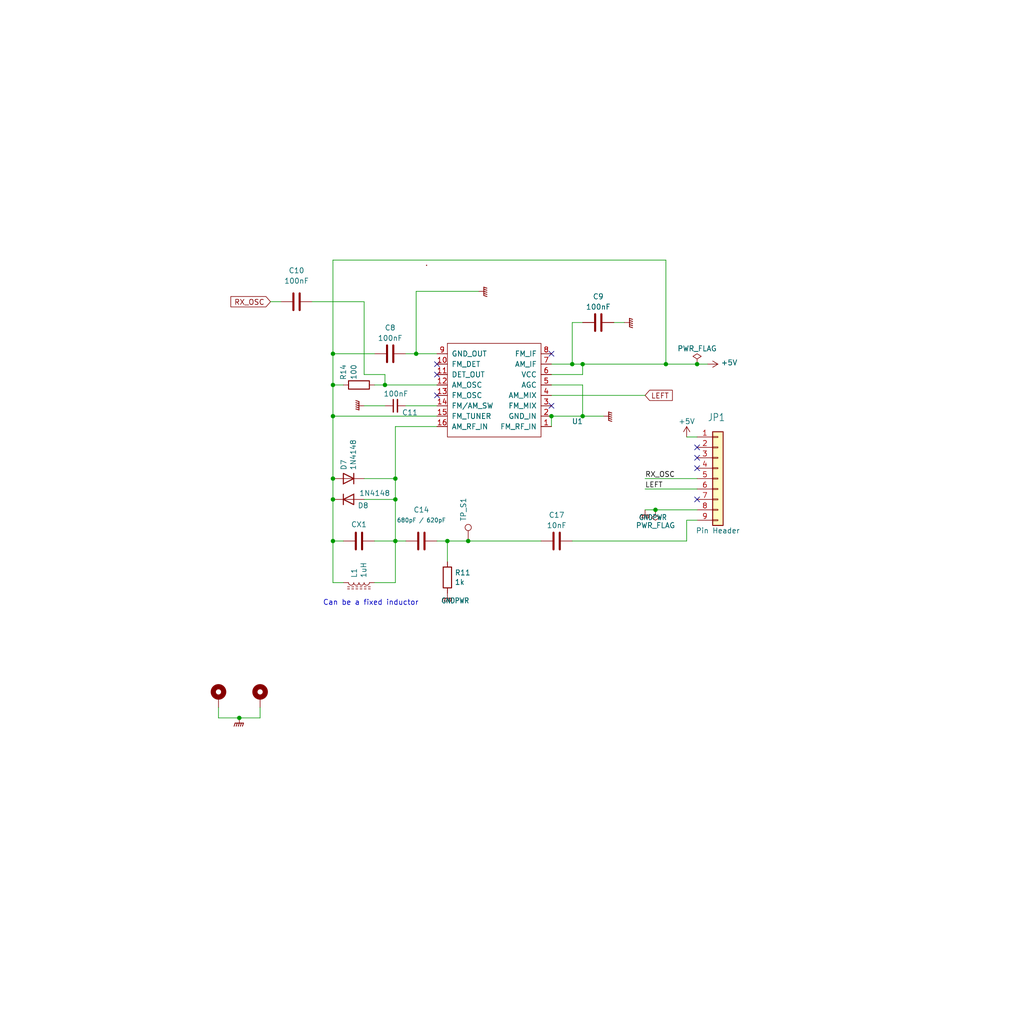
<source format=kicad_sch>
(kicad_sch (version 20230121) (generator eeschema)
  (paper "User" 250.012 250.012)
  (title_block (title "Breakout board (BoB) for CD2003") (date "2023-02-24") (rev "v0.02") (company "Dhiru Kholia (VU3CER)") (comment 1 "Based on ADX"))
  (lib_symbols
    (symbol "CD2003 Library_Fixed:CD2003GB_GP_Fixed" (pin_names (offset 1.016))
      (property "Reference" "U1" (at 13.335 8.636 90))
      (property "Value" "CD2003GB_GP" (at 14.732 -7.493 90))
      (symbol "CD2003GB_GP_Fixed_0_1"
        (rectangle (start -11.43 17.78) (end 11.43 -5.08))
        (circle (center 30.48 22.86) (radius 0.0001))
      )
      (symbol "CD2003GB_GP_Fixed_1_1"
        (pin input line (at -8.89 -7.62 90) (length 2.54) (name "FM_RF_IN") (number "1"))
        (pin input line (at 6.35 20.32 270) (length 2.54) (name "FM_DET") (number "10"))
        (pin input line (at 3.81 20.32 270) (length 2.54) (name "DET_OUT") (number "11"))
        (pin input line (at 1.27 20.32 270) (length 2.54) (name "AM_OSC") (number "12"))
        (pin input line (at -1.27 20.32 270) (length 2.54) (name "FM_OSC") (number "13"))
        (pin input line (at -3.81 20.32 270) (length 2.54) (name "FM/AM_SW") (number "14"))
        (pin input line (at -6.35 20.32 270) (length 2.54) (name "FM_TUNER") (number "15"))
        (pin input line (at -8.89 20.32 270) (length 2.54) (name "AM_RF_IN") (number "16"))
        (pin input line (at -6.35 -7.62 90) (length 2.54) (name "GND_IN") (number "2"))
        (pin input line (at -3.81 -7.62 90) (length 2.54) (name "FM_MIX") (number "3"))
        (pin input line (at -1.27 -7.62 90) (length 2.54) (name "AM_MIX") (number "4"))
        (pin passive line (at 1.27 -7.62 90) (length 2.54) (name "AGC") (number "5"))
        (pin input line (at 3.81 -7.62 90) (length 2.54) (name "VCC") (number "6"))
        (pin input line (at 6.35 -7.62 90) (length 2.54) (name "AM_IF") (number "7"))
        (pin input line (at 8.89 -7.62 90) (length 2.54) (name "FM_IF") (number "8"))
        (pin input line (at 8.89 20.32 270) (length 2.54) (name "GND_OUT") (number "9"))
      )
    )
    (symbol "Connector:TestPoint" (pin_numbers hide) (pin_names (offset 0.762) hide)
      (property "Reference" "TP" (at 0 6.858 0))
      (property "Value" "TestPoint" (at 0 5.08 0))
      (symbol "TestPoint_0_1"
        (circle (center 0 3.302) (radius 0.762))
      )
      (symbol "TestPoint_1_1"
        (pin passive line (at 0 0 90) (length 2.54) (name "1") (number "1"))
      )
    )
    (symbol "Connector_Generic:Conn_01x09" (pin_names (offset 1.016) hide)
      (property "Reference" "J" (at 0 12.7 0))
      (property "Value" "Conn_01x09" (at 0 -12.7 0))
      (symbol "Conn_01x09_1_1"
        (rectangle (start -1.27 -10.033) (end 0 -10.287) (stroke (width 0.1524)))
        (rectangle (start -1.27 -7.493) (end 0 -7.747) (stroke (width 0.1524)))
        (rectangle (start -1.27 -4.953) (end 0 -5.207) (stroke (width 0.1524)))
        (rectangle (start -1.27 -2.413) (end 0 -2.667) (stroke (width 0.1524)))
        (rectangle (start -1.27 0.127) (end 0 -0.127) (stroke (width 0.1524)))
        (rectangle (start -1.27 2.667) (end 0 2.413) (stroke (width 0.1524)))
        (rectangle (start -1.27 5.207) (end 0 4.953) (stroke (width 0.1524)))
        (rectangle (start -1.27 7.747) (end 0 7.493) (stroke (width 0.1524)))
        (rectangle (start -1.27 10.287) (end 0 10.033) (stroke (width 0.1524)))
        (rectangle (start -1.27 11.43) (end 1.27 -11.43) (stroke (width 0.254)) (fill (type background)))
        (pin passive line (at -5.08 10.16 0) (length 3.81) (name "Pin_1") (number "1"))
        (pin passive line (at -5.08 7.62 0) (length 3.81) (name "Pin_2") (number "2"))
        (pin passive line (at -5.08 5.08 0) (length 3.81) (name "Pin_3") (number "3"))
        (pin passive line (at -5.08 2.54 0) (length 3.81) (name "Pin_4") (number "4"))
        (pin passive line (at -5.08 0 0) (length 3.81) (name "Pin_5") (number "5"))
        (pin passive line (at -5.08 -2.54 0) (length 3.81) (name "Pin_6") (number "6"))
        (pin passive line (at -5.08 -5.08 0) (length 3.81) (name "Pin_7") (number "7"))
        (pin passive line (at -5.08 -7.62 0) (length 3.81) (name "Pin_8") (number "8"))
        (pin passive line (at -5.08 -10.16 0) (length 3.81) (name "Pin_9") (number "9"))
      )
    )
    (symbol "D_1" (pin_numbers hide) (pin_names (offset 1.016) hide)
      (property "Reference" "D" (at 0 2.54 0))
      (property "Value" "D" (at 0 -2.54 0))
      (symbol "D_1_0_1"
        (polyline (pts (xy -1.27 1.27) (xy -1.27 -1.27)) (stroke (width 0.254)))
        (polyline (pts (xy 1.27 0) (xy -1.27 0)))
        (polyline (pts (xy 1.27 1.27) (xy 1.27 -1.27) (xy -1.27 0) (xy 1.27 1.27)) (stroke (width 0.254)))
      )
      (symbol "D_1_1_1"
        (pin passive line (at -3.81 0 0) (length 2.54) (name "K") (number "1"))
        (pin passive line (at 3.81 0 180) (length 2.54) (name "A") (number "2"))
      )
    )
    (symbol "Device:C" (pin_numbers hide) (pin_names (offset 0.254))
      (property "Reference" "C" (at 0.635 2.54 0))
      (property "Value" "C" (at 0.635 -2.54 0))
      (symbol "C_0_1"
        (polyline (pts (xy -2.032 -0.762) (xy 2.032 -0.762)) (stroke (width 0.508)))
        (polyline (pts (xy -2.032 0.762) (xy 2.032 0.762)) (stroke (width 0.508)))
      )
      (symbol "C_1_1"
        (pin passive line (at 0 3.81 270) (length 2.794) (name "~") (number "1"))
        (pin passive line (at 0 -3.81 90) (length 2.794) (name "~") (number "2"))
      )
    )
    (symbol "Device:C_Small" (pin_numbers hide) (pin_names (offset 0.254) hide)
      (property "Reference" "C" (at 0.254 1.778 0))
      (property "Value" "C_Small" (at 0.254 -2.032 0))
      (symbol "C_Small_0_1"
        (polyline (pts (xy -1.524 -0.508) (xy 1.524 -0.508)) (stroke (width 0.3302)))
        (polyline (pts (xy -1.524 0.508) (xy 1.524 0.508)) (stroke (width 0.3048)))
      )
      (symbol "C_Small_1_1"
        (pin passive line (at 0 2.54 270) (length 2.032) (name "~") (number "1"))
        (pin passive line (at 0 -2.54 90) (length 2.032) (name "~") (number "2"))
      )
    )
    (symbol "Device:D" (pin_numbers hide) (pin_names (offset 1.016) hide)
      (property "Reference" "D" (at 0 2.54 0))
      (property "Value" "D" (at 0 -2.54 0))
      (symbol "D_0_1"
        (polyline (pts (xy -1.27 1.27) (xy -1.27 -1.27)) (stroke (width 0.254)))
        (polyline (pts (xy 1.27 0) (xy -1.27 0)))
        (polyline (pts (xy 1.27 1.27) (xy 1.27 -1.27) (xy -1.27 0) (xy 1.27 1.27)) (stroke (width 0.254)))
      )
      (symbol "D_1_1"
        (pin passive line (at -3.81 0 0) (length 2.54) (name "K") (number "1"))
        (pin passive line (at 3.81 0 180) (length 2.54) (name "A") (number "2"))
      )
    )
    (symbol "Device:L_Ferrite" (pin_numbers hide) (pin_names (offset 1.016) hide)
      (property "Reference" "L" (at -1.27 0 90))
      (property "Value" "L_Ferrite" (at 2.794 0 90))
      (symbol "L_Ferrite_0_1"
        (arc (start 0 -2.54) (mid 0.6323 -1.905) (end 0 -1.27))
        (arc (start 0 -1.27) (mid 0.6323 -0.635) (end 0 0))
        (polyline (pts (xy 1.016 -2.794) (xy 1.016 -2.286)))
        (polyline (pts (xy 1.016 -1.778) (xy 1.016 -1.27)))
        (polyline (pts (xy 1.016 -0.762) (xy 1.016 -0.254)))
        (polyline (pts (xy 1.016 0.254) (xy 1.016 0.762)))
        (polyline (pts (xy 1.016 1.27) (xy 1.016 1.778)))
        (polyline (pts (xy 1.016 2.286) (xy 1.016 2.794)))
        (polyline (pts (xy 1.524 -2.286) (xy 1.524 -2.794)))
        (polyline (pts (xy 1.524 -1.27) (xy 1.524 -1.778)))
        (polyline (pts (xy 1.524 -0.254) (xy 1.524 -0.762)))
        (polyline (pts (xy 1.524 0.762) (xy 1.524 0.254)))
        (polyline (pts (xy 1.524 1.778) (xy 1.524 1.27)))
        (polyline (pts (xy 1.524 2.794) (xy 1.524 2.286)))
        (arc (start 0 0) (mid 0.6323 0.635) (end 0 1.27))
        (arc (start 0 1.27) (mid 0.6323 1.905) (end 0 2.54))
      )
      (symbol "L_Ferrite_1_1"
        (pin passive line (at 0 3.81 270) (length 1.27) (name "1") (number "1"))
        (pin passive line (at 0 -3.81 90) (length 1.27) (name "2") (number "2"))
      )
    )
    (symbol "Device:R" (pin_numbers hide) (pin_names (offset 0))
      (property "Reference" "R" (at 2.032 0 90))
      (property "Value" "R" (at 0 0 90))
      (symbol "R_0_1"
        (rectangle (start -1.016 -2.54) (end 1.016 2.54) (stroke (width 0.254)))
      )
      (symbol "R_1_1"
        (pin passive line (at 0 3.81 270) (length 1.27) (name "~") (number "1"))
        (pin passive line (at 0 -3.81 90) (length 1.27) (name "~") (number "2"))
      )
    )
    (symbol "Mechanical:MountingHole_Pad" (pin_numbers hide) (pin_names (offset 1.016) hide)
      (property "Reference" "H" (at 0 6.35 0))
      (property "Value" "MountingHole_Pad" (at 0 4.445 0))
      (symbol "MountingHole_Pad_0_1"
        (circle (center 0 1.27) (radius 1.27) (stroke (width 1.27)))
      )
      (symbol "MountingHole_Pad_1_1"
        (pin input line (at 0 -2.54 90) (length 2.54) (name "1") (number "1"))
      )
    )
    (symbol "power:+5V" (power) (pin_names (offset 0))
      (property "Value" "+5V" (at 0 3.556 0))
      (symbol "+5V_0_1"
        (polyline (pts (xy -0.762 1.27) (xy 0 2.54)))
        (polyline (pts (xy 0 0) (xy 0 2.54)))
        (polyline (pts (xy 0 2.54) (xy 0.762 1.27)))
      )
      (symbol "+5V_1_1"
        (pin power_in line (at 0 0 90) (length 0) hide (name "+5V") (number "1"))
      )
    )
    (symbol "power:GNDPWR" (power) (pin_names (offset 0))
      (property "Value" "GNDPWR" (at 0 -3.302 0))
      (symbol "GNDPWR_0_1"
        (polyline (pts (xy 0 -1.27) (xy 0 0)))
        (polyline (pts (xy -1.016 -1.27) (xy -1.27 -2.032) (xy -1.27 -2.032)) (stroke (width 0.2032)))
        (polyline (pts (xy -0.508 -1.27) (xy -0.762 -2.032) (xy -0.762 -2.032)) (stroke (width 0.2032)))
        (polyline (pts (xy 0 -1.27) (xy -0.254 -2.032) (xy -0.254 -2.032)) (stroke (width 0.2032)))
        (polyline (pts (xy 0.508 -1.27) (xy 0.254 -2.032) (xy 0.254 -2.032)) (stroke (width 0.2032)))
        (polyline (pts (xy 1.016 -1.27) (xy -1.016 -1.27) (xy -1.016 -1.27)) (stroke (width 0.2032)))
        (polyline (pts (xy 1.016 -1.27) (xy 0.762 -2.032) (xy 0.762 -2.032) (xy 0.762 -2.032)) (stroke (width 0.2032)))
      )
      (symbol "GNDPWR_1_1"
        (pin power_in line (at 0 0 270) (length 0) hide (name "GNDPWR") (number "1"))
      )
    )
    (symbol "power:PWR_FLAG" (power) (pin_numbers hide) (pin_names (offset 0) hide)
      (property "Value" "PWR_FLAG" (at 0 3.81 0))
      (symbol "PWR_FLAG_0_0"
        (pin power_out line (at 0 0 90) (length 0) (name "pwr") (number "1"))
      )
      (symbol "PWR_FLAG_0_1"
        (polyline (pts (xy 0 0) (xy 0 1.27) (xy -1.016 1.905) (xy 0 2.54) (xy 1.016 1.905) (xy 0 1.27)))
      )
    )
  )
  (junction (at 96.52 121.92))
  (junction (at 142.24 101.6))
  (junction (at 58.42 175.26))
  (junction (at 170.18 88.9))
  (junction (at 96.52 132.08))
  (junction (at 162.56 88.9))
  (junction (at 96.52 116.84))
  (junction (at 81.28 132.08))
  (junction (at 93.98 93.98))
  (junction (at 81.28 121.92))
  (junction (at 101.6 86.36))
  (junction (at 81.28 116.84))
  (junction (at 160.02 124.46))
  (junction (at 81.28 101.6))
  (junction (at 81.28 86.36))
  (junction (at 81.28 93.98))
  (junction (at 134.62 101.6))
  (junction (at 109.22 132.08))
  (junction (at 139.7 88.9))
  (junction (at 142.24 88.9))
  (junction (at 114.3 132.08))
  (no_connect (at 134.62 86.36))
  (no_connect (at 170.18 121.92))
  (no_connect (at 106.68 96.52))
  (no_connect (at 106.68 91.44))
  (no_connect (at 170.18 114.3))
  (no_connect (at 170.18 109.22))
  (no_connect (at 170.18 111.76))
  (no_connect (at 106.68 88.9))
  (no_connect (at 134.62 99.06))
  (wire (pts (xy 134.62 91.44) (xy 142.24 91.44)))
  (wire (pts (xy 167.64 132.08) (xy 167.64 127)))
  (wire (pts (xy 157.48 116.84) (xy 170.18 116.84)))
  (wire (pts (xy 66.04 73.66) (xy 68.58 73.66)))
  (wire (pts (xy 96.52 132.08) (xy 99.06 132.08)))
  (wire (pts (xy 99.06 86.36) (xy 101.6 86.36)))
  (wire (pts (xy 167.64 106.68) (xy 170.18 106.68)))
  (wire (pts (xy 106.68 132.08) (xy 109.22 132.08)))
  (wire (pts (xy 109.22 137.16) (xy 109.22 132.08)))
  (wire (pts (xy 139.7 78.74) (xy 139.7 88.9)))
  (wire (pts (xy 147.32 101.6) (xy 142.24 101.6)))
  (wire (pts (xy 53.34 172.72) (xy 53.34 175.26)))
  (wire (pts (xy 167.64 127) (xy 170.18 127)))
  (wire (pts (xy 101.6 86.36) (xy 101.6 71.12)))
  (wire (pts (xy 63.5 172.72) (xy 63.5 175.26)))
  (wire (pts (xy 142.24 88.9) (xy 139.7 88.9)))
  (wire (pts (xy 142.24 101.6) (xy 134.62 101.6)))
  (wire (pts (xy 101.6 71.12) (xy 116.84 71.12)))
  (wire (pts (xy 81.28 132.08) (xy 83.82 132.08)))
  (wire (pts (xy 170.18 88.9) (xy 172.72 88.9)))
  (wire (pts (xy 58.42 175.26) (xy 53.34 175.26)))
  (wire (pts (xy 134.62 93.98) (xy 142.24 93.98)))
  (wire (pts (xy 139.7 132.08) (xy 167.64 132.08)))
  (wire (pts (xy 81.28 86.36) (xy 91.44 86.36)))
  (wire (pts (xy 106.68 86.36) (xy 101.6 86.36)))
  (wire (pts (xy 160.02 124.46) (xy 170.18 124.46)))
  (wire (pts (xy 157.48 124.46) (xy 160.02 124.46)))
  (wire (pts (xy 99.06 99.06) (xy 106.68 99.06)))
  (wire (pts (xy 88.9 73.66) (xy 88.9 91.44)))
  (wire (pts (xy 142.24 93.98) (xy 142.24 101.6)))
  (wire (pts (xy 134.62 104.14) (xy 134.62 101.6)))
  (wire (pts (xy 142.24 88.9) (xy 142.24 91.44)))
  (wire (pts (xy 96.52 121.92) (xy 96.52 116.84)))
  (wire (pts (xy 81.28 63.5) (xy 162.56 63.5)))
  (wire (pts (xy 81.28 121.92) (xy 81.28 116.84)))
  (wire (pts (xy 81.28 93.98) (xy 81.28 86.36)))
  (wire (pts (xy 96.52 132.08) (xy 96.52 121.92)))
  (wire (pts (xy 81.28 101.6) (xy 81.28 93.98)))
  (wire (pts (xy 149.86 78.74) (xy 152.4 78.74)))
  (wire (pts (xy 96.52 104.14) (xy 106.68 104.14)))
  (wire (pts (xy 88.9 121.92) (xy 96.52 121.92)))
  (wire (pts (xy 88.9 99.06) (xy 93.98 99.06)))
  (wire (pts (xy 162.56 63.5) (xy 162.56 88.9)))
  (wire (pts (xy 81.28 132.08) (xy 81.28 121.92)))
  (wire (pts (xy 114.3 132.08) (xy 109.22 132.08)))
  (wire (pts (xy 162.56 88.9) (xy 142.24 88.9)))
  (wire (pts (xy 157.48 119.38) (xy 170.18 119.38)))
  (wire (pts (xy 81.28 101.6) (xy 106.68 101.6)))
  (wire (pts (xy 81.28 86.36) (xy 81.28 63.5)))
  (wire (pts (xy 93.98 93.98) (xy 106.68 93.98)))
  (wire (pts (xy 83.82 142.24) (xy 81.28 142.24)))
  (wire (pts (xy 96.52 104.14) (xy 96.52 116.84)))
  (wire (pts (xy 83.82 93.98) (xy 81.28 93.98)))
  (wire (pts (xy 76.2 73.66) (xy 88.9 73.66)))
  (wire (pts (xy 91.44 142.24) (xy 96.52 142.24)))
  (wire (pts (xy 81.28 116.84) (xy 81.28 101.6)))
  (wire (pts (xy 91.44 132.08) (xy 96.52 132.08)))
  (wire (pts (xy 96.52 132.08) (xy 96.52 142.24)))
  (wire (pts (xy 81.28 132.08) (xy 81.28 142.24)))
  (wire (pts (xy 63.5 175.26) (xy 58.42 175.26)))
  (wire (pts (xy 88.9 91.44) (xy 93.98 91.44)))
  (wire (pts (xy 162.56 88.9) (xy 170.18 88.9)))
  (wire (pts (xy 91.44 93.98) (xy 93.98 93.98)))
  (wire (pts (xy 93.98 91.44) (xy 93.98 93.98)))
  (wire (pts (xy 114.3 132.08) (xy 132.08 132.08)))
  (wire (pts (xy 134.62 96.52) (xy 157.48 96.52)))
  (wire (pts (xy 139.7 78.74) (xy 142.24 78.74)))
  (wire (pts (xy 88.9 116.84) (xy 96.52 116.84)))
  (wire (pts (xy 139.7 88.9) (xy 134.62 88.9)))
  (text "Can be a fixed inductor" (at 78.8162 147.9804 0) (effects (font (size 1.27 1.27)) (justify left bottom)))
  (label "RX_OSC" (at 157.48 116.84 0) (effects (font (size 1.2446 1.2446))))
  (label "LEFT" (at 157.48 119.38 0) (effects (font (size 1.2446 1.2446))))
  (global_label "RX_OSC" (shape input) (at 66.04 73.66 180) (property "Intersheetrefs" "${INTERSHEET_REFS}" (effects hide)))
  (global_label "LEFT" (shape input) (at 157.48 96.52 0) (property "Intersheetrefs" "${INTERSHEET_REFS}" (effects hide)))
  (symbol (lib_id "Mechanical:MountingHole_Pad") (at 53.34 170.18 0) (unit 1)
    (property "Reference" "H1" (effects hide))
    (property "Value" "MountingHole_Pad" (effects hide))
    (property "Footprint" "MountingHole:MountingHole_2.2mm_M2_Pad_Via" (effects hide))
  )
  (symbol (lib_id "Mechanical:MountingHole_Pad") (at 63.5 170.18 0) (unit 1)
    (property "Reference" "H2" (effects hide))
    (property "Value" "MountingHole_Pad" (effects hide))
    (property "Footprint" "MountingHole:MountingHole_2.2mm_M2_Pad_Via" (effects hide))
  )
  (symbol (lib_id "power:+5V") (at 167.64 106.68 0) (unit 1)
    (property "Reference" "#PWR0107" (effects hide))
    (property "Value" "+5V" (at 167.64 102.87 0))
  )
  (symbol (lib_id "Device:L_Ferrite") (at 87.63 142.24 270) (unit 1)
    (property "Reference" "L1" (at 86.4616 141.1224 0) (effects (justify right)))
    (property "Value" "1uH" (at 88.773 141.1224 0) (effects (justify right)))
    (property "Footprint" "Inductor_THT:L_Axial_L5.3mm_D2.2mm_P2.54mm_Vertical_Vishay_IM-1" (effects hide))
  )
  (symbol (lib_id "CD2003 Library_Fixed:CD2003GB_GP_Fixed") (at 127 95.25 90) (unit 1)
    (property "Reference" "U1" (at 140.97 102.87 90))
    (property "Value" "CD2003GB_GP" (effects hide))
    (property "Footprint" "Package_DIP:DIP-16_W7.62mm_Socket" (effects hide))
  )
  (symbol (lib_id "Device:C") (at 72.39 73.66 270) (unit 1)
    (property "Reference" "C10" (at 72.39 66.04 90))
    (property "Value" "100nF" (at 72.39 68.58 90))
    (property "Footprint" "Capacitor_THT:C_Disc_D3.0mm_W1.6mm_P2.50mm" (effects hide))
  )
  (symbol (lib_id "power:GNDPWR") (at 58.42 175.26 0) (unit 1)
    (property "Reference" "#PWR010" (effects hide))
    (property "Value" "GNDPWR" (effects hide))
  )
  (symbol (lib_id "Device:C_Small") (at 96.52 99.06 90) (unit 1)
    (property "Reference" "C11" (at 100.076 100.711 90))
    (property "Value" "100nF" (at 96.647 96.139 90))
    (property "Footprint" "Capacitor_THT:C_Disc_D3.0mm_W1.6mm_P2.50mm" (effects hide))
  )
  (symbol (lib_id "Device:C") (at 146.05 78.74 270) (unit 1)
    (property "Reference" "C9" (at 146.05 72.39 90))
    (property "Value" "100nF" (at 146.05 74.93 90))
    (property "Footprint" "Capacitor_THT:C_Disc_D3.0mm_W1.6mm_P2.50mm" (effects hide))
  )
  (symbol (lib_id "power:PWR_FLAG") (at 160.02 124.46 180) (unit 1)
    (property "Reference" "#FLG01" (effects hide))
    (property "Value" "PWR_FLAG" (at 160.02 128.27 0))
  )
  (symbol (lib_id "power:GNDPWR") (at 116.84 71.12 90) (unit 1)
    (property "Reference" "#PWR0132" (effects hide))
    (property "Value" "GNDPWR" (effects hide))
  )
  (symbol (lib_id "power:GNDPWR") (at 157.48 124.46 0) (unit 1)
    (property "Reference" "#U$0101" (effects hide))
    (property "Value" "~" (at 155.956 127 0) (effects (font (size 1.27 1.0795)) (justify left bottom)))
    (property "Footprint" "Adafruit Si5351A:" (effects hide))
  )
  (symbol (lib_id "Device:D") (at 85.09 121.92 0) (unit 1)
    (property "Reference" "D8" (at 88.646 123.4186 0))
    (property "Value" "1N4148" (at 91.4654 120.396 0))
    (property "Footprint" "Diode_THT:D_DO-35_SOD27_P2.54mm_Vertical_KathodeUp" (effects hide))
    (property "Sim.Device" "D" (effects hide))
    (property "Sim.Pins" "1=K 2=A" (effects hide))
  )
  (symbol (lib_id "Device:C") (at 95.25 86.36 90) (mirror x) (unit 1)
    (property "Reference" "C8" (at 95.25 80.01 90))
    (property "Value" "100nF" (at 95.25 82.55 90))
    (property "Footprint" "Capacitor_THT:C_Disc_D3.0mm_W1.6mm_P2.50mm" (effects hide))
  )
  (symbol (lib_id "power:GNDPWR") (at 147.32 101.6 90) (unit 1)
    (property "Reference" "#PWR0129" (effects hide))
    (property "Value" "GNDPWR" (effects hide))
  )
  (symbol (lib_id "power:PWR_FLAG") (at 170.18 88.9 0) (unit 1)
    (property "Reference" "#FLG02" (effects hide))
    (property "Value" "PWR_FLAG" (at 170.18 85.09 0))
  )
  (symbol (lib_id "power:GNDPWR") (at 152.4 78.74 90) (unit 1)
    (property "Reference" "#PWR0134" (effects hide))
    (property "Value" "GNDPWR" (effects hide))
  )
  (symbol (lib_id "power:GNDPWR") (at 88.9 99.06 270) (unit 1)
    (property "Reference" "#PWR0131" (effects hide))
    (property "Value" "GNDPWR" (effects hide))
  )
  (symbol (lib_id "Device:R") (at 109.22 140.97 0) (unit 1)
    (property "Reference" "R11" (at 110.998 139.8016 0) (effects (justify left)))
    (property "Value" "1k" (at 110.998 142.113 0) (effects (justify left)))
    (property "Footprint" "Resistor_THT:R_Axial_DIN0204_L3.6mm_D1.6mm_P1.90mm_Vertical" (effects hide))
  )
  (symbol (lib_id "Device:C") (at 135.89 132.08 90) (unit 1)
    (property "Reference" "C17" (at 135.89 125.73 90))
    (property "Value" "10nF" (at 135.89 128.27 90))
    (property "Footprint" "Capacitor_THT:C_Disc_D3.0mm_W2.0mm_P2.50mm" (effects hide))
  )
  (symbol (lib_id "power:GNDPWR") (at 109.22 144.78 0) (unit 1)
    (property "Reference" "#U$0102" (effects hide))
    (property "Value" "~" (at 107.696 147.32 0) (effects (font (size 1.27 1.0795)) (justify left bottom)))
    (property "Footprint" "Adafruit Si5351A:" (effects hide))
  )
  (symbol (lib_id "power:+5V") (at 172.72 88.9 270) (mirror x) (unit 1)
    (property "Reference" "#PWR0124" (effects hide))
    (property "Value" "+5V" (at 175.9712 88.519 90) (effects (justify left)))
  )
  (symbol (lib_id "Device:R") (at 87.63 93.98 270) (unit 1)
    (property "Reference" "R14" (at 83.82 88.9 0) (effects (justify left)))
    (property "Value" "100" (at 86.36 88.9 0) (effects (justify left)))
    (property "Footprint" "Resistor_THT:R_Axial_DIN0204_L3.6mm_D1.6mm_P1.90mm_Vertical" (effects hide))
  )
  (symbol (lib_id "Device:C") (at 102.87 132.08 270) (unit 1)
    (property "Reference" "C14" (at 102.87 124.46 90))
    (property "Value" "680pF / 620pF" (at 102.87 127 90) (effects (font (size 1 1))))
    (property "Footprint" "Capacitor_THT:C_Disc_D3.0mm_W1.6mm_P2.50mm" (effects hide))
  )
  (symbol (lib_id "Connector:TestPoint") (at 114.3 132.08 0) (unit 1)
    (property "Reference" "TP_S1" (at 113.1316 127.3048 90) (effects (justify left)))
    (property "Value" " " (at 115.443 127.3048 90) (effects (justify left)))
    (property "Footprint" "TestPoint:TestPoint_THTPad_1.0x1.0mm_Drill0.5mm" (effects hide))
  )
  (symbol (lib_name "D_1") (lib_id "Device:D") (at 85.09 116.84 180) (unit 1)
    (property "Reference" "D7" (at 83.9216 114.8334 90) (effects (justify right)))
    (property "Value" "1N4148" (at 86.233 114.8334 90) (effects (justify right)))
    (property "Footprint" "Diode_THT:D_DO-35_SOD27_P2.54mm_Vertical_KathodeUp" (effects hide))
    (property "Sim.Device" "D" (effects hide))
    (property "Sim.Pins" "1=K 2=A" (effects hide))
  )
  (symbol (lib_id "Connector_Generic:Conn_01x09") (at 175.26 116.84 0) (unit 1)
    (property "Reference" "JP1" (at 172.72 102.87 0) (effects (font (size 1.778 1.5113)) (justify left bottom)))
    (property "Value" "Pin Header" (at 175.26 129.54 0))
    (property "Footprint" "footprints:PinSocket_1x09_P2.54mm_Vertical_Custom" (effects hide))
  )
  (symbol (lib_id "Device:C") (at 87.63 132.08 270) (unit 1)
    (property "Reference" "CX1" (at 87.63 128.0414 90))
    (property "Value" "  " (at 87.63 127 90))
    (property "Footprint" "Capacitor_THT:C_Disc_D3.0mm_W1.6mm_P2.50mm" (effects hide))
  )
)
</source>
